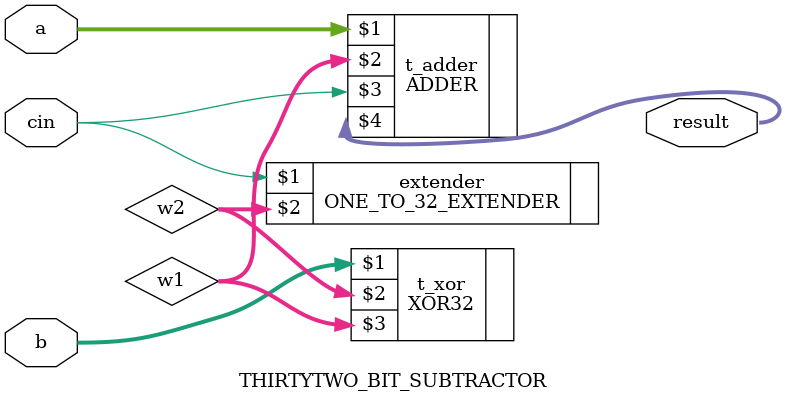
<source format=v>
module SUBTRACTOR(input [31:0] a,b,input cin, output [31:0] result);
	 THIRTYTWO_BIT_SUBTRACTOR subtractor(a,b,cin,result);
endmodule




module THIRTYTWO_BIT_SUBTRACTOR(input [31:0] a,b,input cin, output [31:0] result);

	wire [31:0] w1;
	wire [31:0] w2;
	
	
	ONE_TO_32_EXTENDER extender(cin,w2);
	
	
	XOR32 t_xor(b,w2,w1);
	ADDER t_adder(a,w1,cin,result);
	

endmodule

</source>
